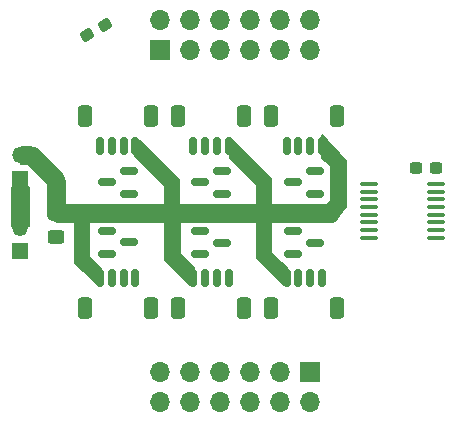
<source format=gbr>
%TF.GenerationSoftware,KiCad,Pcbnew,7.0.5*%
%TF.CreationDate,2024-01-17T23:09:27-05:00*%
%TF.ProjectId,BURNING_R,4255524e-494e-4475-9f52-2e6b69636164,rev?*%
%TF.SameCoordinates,Original*%
%TF.FileFunction,Soldermask,Top*%
%TF.FilePolarity,Negative*%
%FSLAX46Y46*%
G04 Gerber Fmt 4.6, Leading zero omitted, Abs format (unit mm)*
G04 Created by KiCad (PCBNEW 7.0.5) date 2024-01-17 23:09:27*
%MOMM*%
%LPD*%
G01*
G04 APERTURE LIST*
G04 Aperture macros list*
%AMRoundRect*
0 Rectangle with rounded corners*
0 $1 Rounding radius*
0 $2 $3 $4 $5 $6 $7 $8 $9 X,Y pos of 4 corners*
0 Add a 4 corners polygon primitive as box body*
4,1,4,$2,$3,$4,$5,$6,$7,$8,$9,$2,$3,0*
0 Add four circle primitives for the rounded corners*
1,1,$1+$1,$2,$3*
1,1,$1+$1,$4,$5*
1,1,$1+$1,$6,$7*
1,1,$1+$1,$8,$9*
0 Add four rect primitives between the rounded corners*
20,1,$1+$1,$2,$3,$4,$5,0*
20,1,$1+$1,$4,$5,$6,$7,0*
20,1,$1+$1,$6,$7,$8,$9,0*
20,1,$1+$1,$8,$9,$2,$3,0*%
G04 Aperture macros list end*
%ADD10C,0.817161*%
%ADD11C,0.254000*%
%ADD12C,0.150000*%
%ADD13RoundRect,0.150000X0.587500X0.150000X-0.587500X0.150000X-0.587500X-0.150000X0.587500X-0.150000X0*%
%ADD14RoundRect,0.150000X0.150000X0.625000X-0.150000X0.625000X-0.150000X-0.625000X0.150000X-0.625000X0*%
%ADD15RoundRect,0.250000X0.350000X0.650000X-0.350000X0.650000X-0.350000X-0.650000X0.350000X-0.650000X0*%
%ADD16RoundRect,0.237500X0.300000X0.237500X-0.300000X0.237500X-0.300000X-0.237500X0.300000X-0.237500X0*%
%ADD17RoundRect,0.150000X-0.587500X-0.150000X0.587500X-0.150000X0.587500X0.150000X-0.587500X0.150000X0*%
%ADD18RoundRect,0.237500X-0.130232X-0.349431X0.367732X-0.061931X0.130232X0.349431X-0.367732X0.061931X0*%
%ADD19R,1.350000X1.350000*%
%ADD20O,1.350000X1.350000*%
%ADD21R,1.700000X1.700000*%
%ADD22O,1.700000X1.700000*%
%ADD23RoundRect,0.250000X-0.450000X0.325000X-0.450000X-0.325000X0.450000X-0.325000X0.450000X0.325000X0*%
%ADD24RoundRect,0.150000X-0.150000X-0.625000X0.150000X-0.625000X0.150000X0.625000X-0.150000X0.625000X0*%
%ADD25RoundRect,0.250000X-0.350000X-0.650000X0.350000X-0.650000X0.350000X0.650000X-0.350000X0.650000X0*%
%ADD26RoundRect,0.100000X-0.637500X-0.100000X0.637500X-0.100000X0.637500X0.100000X-0.637500X0.100000X0*%
G04 APERTURE END LIST*
D10*
X135433740Y-97548621D02*
G75*
G03*
X135433740Y-97548621I-408580J0D01*
G01*
D11*
X135060129Y-99578461D02*
X158000000Y-99578461D01*
X158000000Y-100988621D01*
X135060129Y-100988621D01*
X135060129Y-99578461D01*
G36*
X135060129Y-99578461D02*
G01*
X158000000Y-99578461D01*
X158000000Y-100988621D01*
X135060129Y-100988621D01*
X135060129Y-99578461D01*
G37*
D12*
X159610000Y-95898621D02*
X159610000Y-99798621D01*
X159060000Y-100398621D01*
X158910000Y-100648621D01*
X158760000Y-100848621D01*
X158510000Y-101048621D01*
X158010000Y-101048621D01*
X158000000Y-99578461D01*
X158310000Y-99298621D01*
X158310000Y-96298621D01*
X157560000Y-95598621D01*
X157560000Y-93698621D01*
X159610000Y-95898621D01*
G36*
X159610000Y-95898621D02*
G01*
X159610000Y-99798621D01*
X159060000Y-100398621D01*
X158910000Y-100648621D01*
X158760000Y-100848621D01*
X158510000Y-101048621D01*
X158010000Y-101048621D01*
X158000000Y-99578461D01*
X158310000Y-99298621D01*
X158310000Y-96298621D01*
X157560000Y-95598621D01*
X157560000Y-93698621D01*
X159610000Y-95898621D01*
G37*
X153260000Y-97398621D02*
X153260000Y-99498621D01*
X152060000Y-99498621D01*
X152060000Y-97898621D01*
X149760000Y-95598621D01*
X149760000Y-94398621D01*
X149960000Y-94098621D01*
X153260000Y-97398621D01*
G36*
X153260000Y-97398621D02*
G01*
X153260000Y-99498621D01*
X152060000Y-99498621D01*
X152060000Y-97898621D01*
X149760000Y-95598621D01*
X149760000Y-94398621D01*
X149960000Y-94098621D01*
X153260000Y-97398621D01*
G37*
X153260000Y-103648621D02*
X154660000Y-105048621D01*
X154660000Y-106098621D01*
X154310000Y-106348621D01*
X152060000Y-104098621D01*
X152060000Y-100998621D01*
X153260000Y-100998621D01*
X153260000Y-103648621D01*
G36*
X153260000Y-103648621D02*
G01*
X154660000Y-105048621D01*
X154660000Y-106098621D01*
X154310000Y-106348621D01*
X152060000Y-104098621D01*
X152060000Y-100998621D01*
X153260000Y-100998621D01*
X153260000Y-103648621D01*
G37*
X131285000Y-98098621D02*
X132710000Y-98098621D01*
X132710000Y-101398621D01*
X131285000Y-101398621D01*
X131285000Y-98098621D01*
G36*
X131285000Y-98098621D02*
G01*
X132710000Y-98098621D01*
X132710000Y-101398621D01*
X131285000Y-101398621D01*
X131285000Y-98098621D01*
G37*
X134335000Y-97548621D02*
X135760000Y-97548621D01*
X135760000Y-100298621D01*
X134335000Y-100298621D01*
X134335000Y-97548621D01*
G36*
X134335000Y-97548621D02*
G01*
X135760000Y-97548621D01*
X135760000Y-100298621D01*
X134335000Y-100298621D01*
X134335000Y-97548621D01*
G37*
X132060000Y-94673621D02*
X132985000Y-94673621D01*
X132985000Y-96123621D01*
X132060000Y-96123621D01*
X132060000Y-94673621D01*
G36*
X132060000Y-94673621D02*
G01*
X132985000Y-94673621D01*
X132985000Y-96123621D01*
X132060000Y-96123621D01*
X132060000Y-94673621D01*
G37*
X145510000Y-103748621D02*
X146710000Y-104948621D01*
X146710000Y-105798621D01*
X146360000Y-106348621D01*
X144260000Y-104248621D01*
X144260000Y-100998621D01*
X145510000Y-100998621D01*
X145510000Y-103748621D01*
G36*
X145510000Y-103748621D02*
G01*
X146710000Y-104948621D01*
X146710000Y-105798621D01*
X146360000Y-106348621D01*
X144260000Y-104248621D01*
X144260000Y-100998621D01*
X145510000Y-100998621D01*
X145510000Y-103748621D01*
G37*
X145460000Y-97498621D02*
X145460000Y-99498621D01*
X144260000Y-99498621D01*
X144260000Y-97998621D01*
X141760000Y-95498621D01*
X141760000Y-94498621D01*
X142160000Y-94198621D01*
X145460000Y-97498621D01*
G36*
X145460000Y-97498621D02*
G01*
X145460000Y-99498621D01*
X144260000Y-99498621D01*
X144260000Y-97998621D01*
X141760000Y-95498621D01*
X141760000Y-94498621D01*
X142160000Y-94198621D01*
X145460000Y-97498621D01*
G37*
D10*
X133333740Y-95423621D02*
G75*
G03*
X133333740Y-95423621I-408580J0D01*
G01*
D12*
X135510000Y-96998621D02*
X134360000Y-97873621D01*
X132585000Y-96098621D01*
X133460000Y-94898621D01*
X135510000Y-96998621D01*
G36*
X135510000Y-96998621D02*
G01*
X134360000Y-97873621D01*
X132585000Y-96098621D01*
X133460000Y-94898621D01*
X135510000Y-96998621D01*
G37*
X137860000Y-104048621D02*
X138860000Y-105048621D01*
X138860000Y-105798621D01*
X138410000Y-106248621D01*
X136660000Y-104498621D01*
X136660000Y-100998621D01*
X137860000Y-100998621D01*
X137860000Y-104048621D01*
G36*
X137860000Y-104048621D02*
G01*
X138860000Y-105048621D01*
X138860000Y-105798621D01*
X138410000Y-106248621D01*
X136660000Y-104498621D01*
X136660000Y-100998621D01*
X137860000Y-100998621D01*
X137860000Y-104048621D01*
G37*
D11*
X135750290Y-100268621D02*
G75*
G03*
X135750290Y-100268621I-690161J0D01*
G01*
D13*
%TO.C,Q5*%
X149085000Y-98648621D03*
X149085000Y-96748621D03*
X147210000Y-97698621D03*
%TD*%
D14*
%TO.C,J3*%
X141760000Y-105773621D03*
X140760000Y-105773621D03*
X139760000Y-105773621D03*
X138760000Y-105773621D03*
D15*
X143060000Y-108298621D03*
X137460000Y-108298621D03*
%TD*%
D16*
%TO.C,C2*%
X167222500Y-96498621D03*
X165497500Y-96498621D03*
%TD*%
D17*
%TO.C,Q3*%
X155102500Y-101848621D03*
X155102500Y-103748621D03*
X156977500Y-102798621D03*
%TD*%
D18*
%TO.C,D1*%
X137692228Y-85216121D03*
X139207772Y-84341121D03*
%TD*%
D19*
%TO.C,J10*%
X132000000Y-103548621D03*
D20*
X132000000Y-101548621D03*
%TD*%
D13*
%TO.C,Q4*%
X141187500Y-98648621D03*
X141187500Y-96748621D03*
X139312500Y-97698621D03*
%TD*%
D21*
%TO.C,J1*%
X143810000Y-86465599D03*
D22*
X143810000Y-83925599D03*
X146350000Y-86465599D03*
X146350000Y-83925599D03*
X148890000Y-86465599D03*
X148890000Y-83925599D03*
X151430000Y-86465599D03*
X151430000Y-83925599D03*
X153970000Y-86465599D03*
X153970000Y-83925599D03*
X156510000Y-86465599D03*
X156510000Y-83925599D03*
%TD*%
D14*
%TO.C,J5*%
X157560000Y-105773621D03*
X156560000Y-105773621D03*
X155560000Y-105773621D03*
X154560000Y-105773621D03*
D15*
X158860000Y-108298621D03*
X153260000Y-108298621D03*
%TD*%
D23*
%TO.C,C3*%
X135060000Y-100273621D03*
X135060000Y-102323621D03*
%TD*%
D24*
%TO.C,J8*%
X154560000Y-94623621D03*
X155560000Y-94623621D03*
X156560000Y-94623621D03*
X157560000Y-94623621D03*
D25*
X153260000Y-92098621D03*
X158860000Y-92098621D03*
%TD*%
D24*
%TO.C,J6*%
X138760000Y-94623621D03*
X139760000Y-94623621D03*
X140760000Y-94623621D03*
X141760000Y-94623621D03*
D25*
X137460000Y-92098621D03*
X143060000Y-92098621D03*
%TD*%
D21*
%TO.C,J2*%
X156510000Y-113743621D03*
D22*
X156510000Y-116283621D03*
X153970000Y-113743621D03*
X153970000Y-116283621D03*
X151430000Y-113743621D03*
X151430000Y-116283621D03*
X148890000Y-113743621D03*
X148890000Y-116283621D03*
X146350000Y-113743621D03*
X146350000Y-116283621D03*
X143810000Y-113743621D03*
X143810000Y-116283621D03*
%TD*%
D17*
%TO.C,Q1*%
X139312500Y-101828621D03*
X139312500Y-103728621D03*
X141187500Y-102778621D03*
%TD*%
D19*
%TO.C,J9*%
X132000000Y-97418621D03*
D20*
X132000000Y-95418621D03*
%TD*%
D26*
%TO.C,U1*%
X161497500Y-97823621D03*
X161497500Y-98473621D03*
X161497500Y-99123621D03*
X161497500Y-99773621D03*
X161497500Y-100423621D03*
X161497500Y-101073621D03*
X161497500Y-101723621D03*
X161497500Y-102373621D03*
X167222500Y-102373621D03*
X167222500Y-101723621D03*
X167222500Y-101073621D03*
X167222500Y-100423621D03*
X167222500Y-99773621D03*
X167222500Y-99123621D03*
X167222500Y-98473621D03*
X167222500Y-97823621D03*
%TD*%
D13*
%TO.C,Q6*%
X156977500Y-98648621D03*
X156977500Y-96748621D03*
X155102500Y-97698621D03*
%TD*%
D14*
%TO.C,J4*%
X149660000Y-105773621D03*
X148660000Y-105773621D03*
X147660000Y-105773621D03*
X146660000Y-105773621D03*
D15*
X150960000Y-108298621D03*
X145360000Y-108298621D03*
%TD*%
D24*
%TO.C,J7*%
X146660000Y-94623621D03*
X147660000Y-94623621D03*
X148660000Y-94623621D03*
X149660000Y-94623621D03*
D25*
X145360000Y-92098621D03*
X150960000Y-92098621D03*
%TD*%
D17*
%TO.C,Q2*%
X147210000Y-101848621D03*
X147210000Y-103748621D03*
X149085000Y-102798621D03*
%TD*%
M02*

</source>
